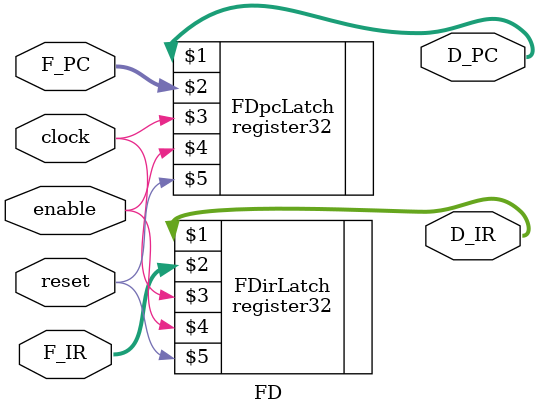
<source format=v>
module FD(D_PC, D_IR, F_PC, F_IR, clock, reset, enable);
    input clock, reset, enable;
    input [31:0] F_PC, F_IR;
    output [31:0] D_PC, D_IR;

    register32 FDpcLatch(D_PC, F_PC, clock, enable, reset);
    register32 FDirLatch(D_IR, F_IR, clock, enable, reset);

endmodule

</source>
